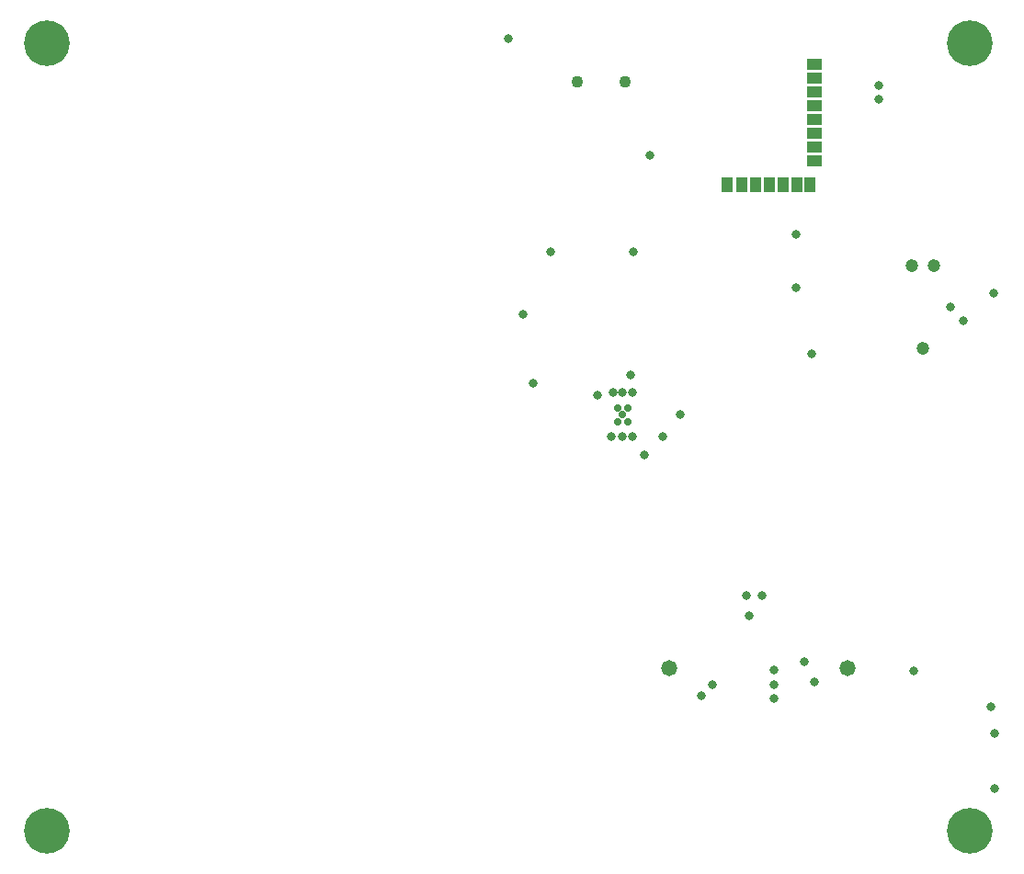
<source format=gbs>
G04*
G04 #@! TF.GenerationSoftware,Altium Limited,Altium Designer,19.1.9 (167)*
G04*
G04 Layer_Color=16711935*
%FSLAX25Y25*%
%MOIN*%
G70*
G01*
G75*
%ADD41C,0.04700*%
%ADD42R,0.03950X0.05524*%
%ADD43R,0.05524X0.03950*%
%ADD44C,0.04343*%
%ADD45C,0.03300*%
%ADD46C,0.05800*%
%ADD47C,0.02769*%
%ADD48C,0.16548*%
D41*
X325500Y216500D02*
D03*
X333500D02*
D03*
X329500Y186500D02*
D03*
D42*
X258465Y245819D02*
D03*
X263555D02*
D03*
X268555D02*
D03*
X273555D02*
D03*
X278555D02*
D03*
X283555D02*
D03*
X288464D02*
D03*
D43*
X290000Y254500D02*
D03*
Y259500D02*
D03*
Y264500D02*
D03*
Y269500D02*
D03*
Y274500D02*
D03*
Y279500D02*
D03*
Y284500D02*
D03*
Y289500D02*
D03*
D44*
X203937Y283469D02*
D03*
X221260D02*
D03*
D45*
X290000Y65500D02*
D03*
X354000Y56500D02*
D03*
X286500Y73000D02*
D03*
X326000Y69500D02*
D03*
X194500Y221500D02*
D03*
X184500Y199000D02*
D03*
X179000Y299000D02*
D03*
X224500Y221500D02*
D03*
X211500Y169500D02*
D03*
X289000Y184500D02*
D03*
X283500Y208500D02*
D03*
X228500Y148000D02*
D03*
X235000Y154500D02*
D03*
X241500Y162500D02*
D03*
X313500Y282000D02*
D03*
X355000Y206500D02*
D03*
X344000Y196500D02*
D03*
X313500Y277000D02*
D03*
X275500Y59500D02*
D03*
Y64500D02*
D03*
Y70000D02*
D03*
X265500Y97000D02*
D03*
X266500Y89500D02*
D03*
X253000Y64500D02*
D03*
X355500Y47000D02*
D03*
X249000Y60500D02*
D03*
X355500Y27000D02*
D03*
X283500Y228000D02*
D03*
X230500Y256500D02*
D03*
X223500Y177000D02*
D03*
X188000Y174000D02*
D03*
X339500Y201500D02*
D03*
X271000Y97000D02*
D03*
X224000Y154500D02*
D03*
X216500D02*
D03*
X220500D02*
D03*
X224000Y170500D02*
D03*
X220500D02*
D03*
X217000D02*
D03*
D46*
X237205Y70774D02*
D03*
X302165D02*
D03*
D47*
X220500Y162500D02*
D03*
X222272Y164862D02*
D03*
Y160138D02*
D03*
X218728D02*
D03*
Y164862D02*
D03*
D48*
X346457Y297244D02*
D03*
Y11811D02*
D03*
X11811D02*
D03*
Y297244D02*
D03*
M02*

</source>
